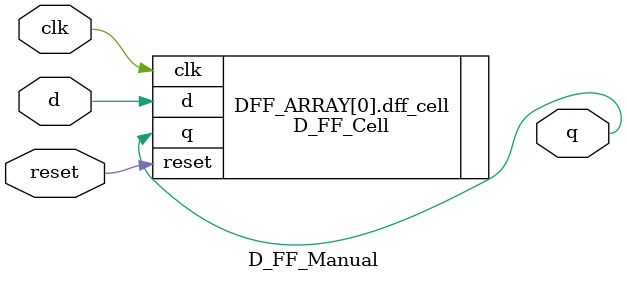
<source format=sv>
module D_FF_Manual #(parameter N = 1)(
    input logic clk,
    input logic reset,
    input logic [N-1:0] d,
    output logic [N-1:0] q
);

    // Flip-flops D individuales utilizando el D_FF_Cell estructural
    genvar i;
    generate
        for (i = 0; i < N; i = i + 1) begin : DFF_ARRAY
            D_FF_Cell dff_cell (
                .clk(clk),
                .reset(reset),
                .d(d[i]),
                .q(q[i])
            );
        end
    endgenerate

endmodule
</source>
